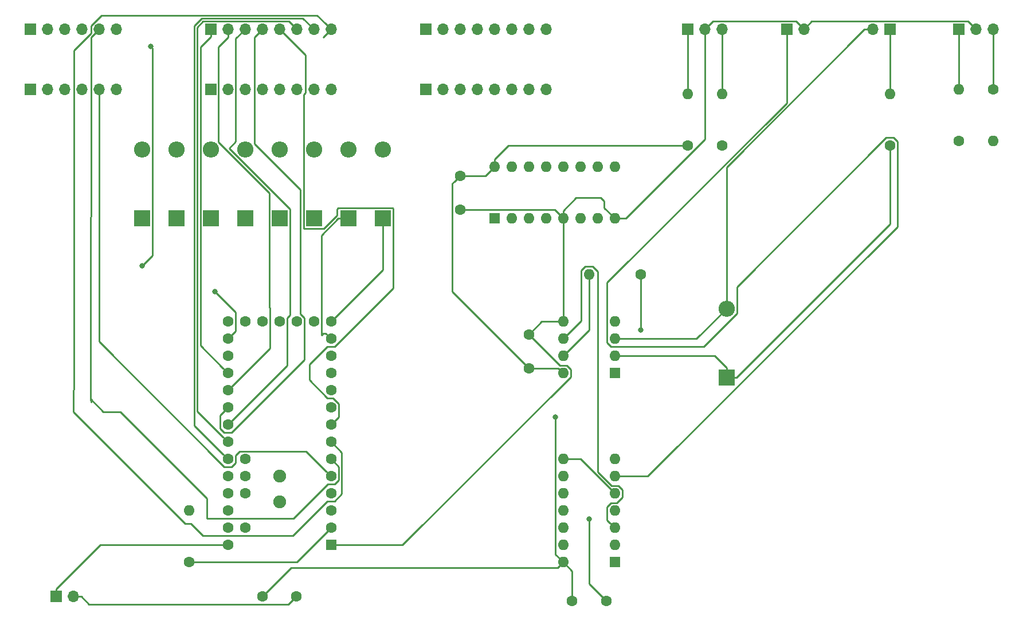
<source format=gbr>
G04 #@! TF.GenerationSoftware,KiCad,Pcbnew,(5.1.5)-3*
G04 #@! TF.CreationDate,2020-04-18T11:13:35+02:00*
G04 #@! TF.ProjectId,KorgPoly61_TeensyMidi,4b6f7267-506f-46c7-9936-315f5465656e,rev?*
G04 #@! TF.SameCoordinates,Original*
G04 #@! TF.FileFunction,Copper,L2,Bot*
G04 #@! TF.FilePolarity,Positive*
%FSLAX46Y46*%
G04 Gerber Fmt 4.6, Leading zero omitted, Abs format (unit mm)*
G04 Created by KiCad (PCBNEW (5.1.5)-3) date 2020-04-18 11:13:35*
%MOMM*%
%LPD*%
G04 APERTURE LIST*
%ADD10C,1.900000*%
%ADD11R,1.600000X1.600000*%
%ADD12C,1.600000*%
%ADD13O,1.600000X1.600000*%
%ADD14O,1.700000X1.700000*%
%ADD15R,1.700000X1.700000*%
%ADD16O,2.400000X2.400000*%
%ADD17R,2.400000X2.400000*%
%ADD18C,0.800000*%
%ADD19C,0.250000*%
G04 APERTURE END LIST*
D10*
X101600000Y-82550000D03*
X101600000Y-78740000D03*
D11*
X109220000Y-88900000D03*
D12*
X109220000Y-86360000D03*
X109220000Y-83820000D03*
X109220000Y-81280000D03*
X109220000Y-78740000D03*
X109220000Y-76200000D03*
X109220000Y-73660000D03*
X109220000Y-71120000D03*
X109220000Y-68580000D03*
X109220000Y-66040000D03*
X109220000Y-63500000D03*
X109220000Y-60960000D03*
X109220000Y-58420000D03*
X96520000Y-76200000D03*
X96520000Y-78740000D03*
X96520000Y-81280000D03*
X96520000Y-86360000D03*
X93980000Y-88900000D03*
X93980000Y-86360000D03*
X93980000Y-83820000D03*
X93980000Y-81280000D03*
X93980000Y-78740000D03*
X93980000Y-76200000D03*
X93980000Y-73660000D03*
X93980000Y-71120000D03*
X93980000Y-68580000D03*
X93980000Y-66040000D03*
X93980000Y-63500000D03*
X93980000Y-60960000D03*
X93980000Y-58420000D03*
X109220000Y-55880000D03*
X106680000Y-55880000D03*
X104140000Y-55880000D03*
X93980000Y-55880000D03*
X96520000Y-55880000D03*
X99060000Y-55880000D03*
X101600000Y-55880000D03*
D13*
X143510000Y-63500000D03*
X151130000Y-55880000D03*
X143510000Y-60960000D03*
X151130000Y-58420000D03*
X143510000Y-58420000D03*
X151130000Y-60960000D03*
X143510000Y-55880000D03*
D11*
X151130000Y-63500000D03*
D13*
X167005000Y-22225000D03*
D12*
X167005000Y-29845000D03*
D13*
X161925000Y-22225000D03*
D12*
X161925000Y-29845000D03*
D13*
X207010000Y-29210000D03*
D12*
X207010000Y-21590000D03*
D13*
X201930000Y-21590000D03*
D12*
X201930000Y-29210000D03*
D13*
X147320000Y-48895000D03*
D12*
X154940000Y-48895000D03*
D13*
X88265000Y-83820000D03*
D12*
X88265000Y-91440000D03*
D13*
X191770000Y-22225000D03*
D12*
X191770000Y-29845000D03*
D13*
X143510000Y-91440000D03*
X151130000Y-76200000D03*
X143510000Y-88900000D03*
X151130000Y-78740000D03*
X143510000Y-86360000D03*
X151130000Y-81280000D03*
X143510000Y-83820000D03*
X151130000Y-83820000D03*
X143510000Y-81280000D03*
X151130000Y-86360000D03*
X143510000Y-78740000D03*
X151130000Y-88900000D03*
X143510000Y-76200000D03*
D11*
X151130000Y-91440000D03*
D13*
X133350000Y-33020000D03*
X151130000Y-40640000D03*
X135890000Y-33020000D03*
X148590000Y-40640000D03*
X138430000Y-33020000D03*
X146050000Y-40640000D03*
X140970000Y-33020000D03*
X143510000Y-40640000D03*
X143510000Y-33020000D03*
X140970000Y-40640000D03*
X146050000Y-33020000D03*
X138430000Y-40640000D03*
X148590000Y-33020000D03*
X135890000Y-40640000D03*
X151130000Y-33020000D03*
D11*
X133350000Y-40640000D03*
D14*
X179070000Y-12700000D03*
D15*
X176530000Y-12700000D03*
D14*
X167005000Y-12700000D03*
X164465000Y-12700000D03*
D15*
X161925000Y-12700000D03*
D14*
X207010000Y-12700000D03*
X204470000Y-12700000D03*
D15*
X201930000Y-12700000D03*
D14*
X189230000Y-12700000D03*
D15*
X191770000Y-12700000D03*
D14*
X71120000Y-96520000D03*
D15*
X68580000Y-96520000D03*
D14*
X77470000Y-21590000D03*
X74930000Y-21590000D03*
X72390000Y-21590000D03*
X69850000Y-21590000D03*
X67310000Y-21590000D03*
D15*
X64770000Y-21590000D03*
D14*
X77470000Y-12700000D03*
X74930000Y-12700000D03*
X72390000Y-12700000D03*
X69850000Y-12700000D03*
X67310000Y-12700000D03*
D15*
X64770000Y-12700000D03*
D14*
X140970000Y-12700000D03*
X138430000Y-12700000D03*
X135890000Y-12700000D03*
X133350000Y-12700000D03*
X130810000Y-12700000D03*
X128270000Y-12700000D03*
X125730000Y-12700000D03*
D15*
X123190000Y-12700000D03*
D14*
X140970000Y-21590000D03*
X138430000Y-21590000D03*
X135890000Y-21590000D03*
X133350000Y-21590000D03*
X130810000Y-21590000D03*
X128270000Y-21590000D03*
X125730000Y-21590000D03*
D15*
X123190000Y-21590000D03*
D14*
X109220000Y-12700000D03*
X106680000Y-12700000D03*
X104140000Y-12700000D03*
X101600000Y-12700000D03*
X99060000Y-12700000D03*
X96520000Y-12700000D03*
X93980000Y-12700000D03*
D15*
X91440000Y-12700000D03*
D14*
X109220000Y-21590000D03*
X106680000Y-21590000D03*
X104140000Y-21590000D03*
X101600000Y-21590000D03*
X99060000Y-21590000D03*
X96520000Y-21590000D03*
X93980000Y-21590000D03*
D15*
X91440000Y-21590000D03*
D16*
X167640000Y-53975000D03*
D17*
X167640000Y-64135000D03*
D16*
X116840000Y-30480000D03*
D17*
X116840000Y-40640000D03*
D16*
X111760000Y-30480000D03*
D17*
X111760000Y-40640000D03*
D16*
X106680000Y-30480000D03*
D17*
X106680000Y-40640000D03*
D16*
X101600000Y-30480000D03*
D17*
X101600000Y-40640000D03*
D16*
X96520000Y-30480000D03*
D17*
X96520000Y-40640000D03*
D16*
X91440000Y-30480000D03*
D17*
X91440000Y-40640000D03*
D16*
X86360000Y-30480000D03*
D17*
X86360000Y-40640000D03*
D16*
X81280000Y-30480000D03*
D17*
X81280000Y-40640000D03*
D12*
X144860000Y-97155000D03*
X149860000Y-97155000D03*
X138430000Y-62785000D03*
X138430000Y-57785000D03*
X128270000Y-34370000D03*
X128270000Y-39370000D03*
X104060000Y-96520000D03*
X99060000Y-96520000D03*
D18*
X147320000Y-85090000D03*
X154940000Y-57150000D03*
X154940000Y-57150000D03*
X142384999Y-69994999D03*
X92075000Y-51435000D03*
X81280000Y-47625000D03*
X82550000Y-15240000D03*
D19*
X142240000Y-39370000D02*
X143510000Y-40640000D01*
X128270000Y-39370000D02*
X142240000Y-39370000D01*
X143510000Y-39508630D02*
X145415000Y-37603630D01*
X143510000Y-40640000D02*
X143510000Y-39508630D01*
X145415000Y-37603630D02*
X149086370Y-37603630D01*
X149086370Y-37603630D02*
X149582740Y-38100000D01*
X149582740Y-39092740D02*
X151130000Y-40640000D01*
X149582740Y-38100000D02*
X149582740Y-39092740D01*
X140335000Y-55880000D02*
X143510000Y-55880000D01*
X138430000Y-57785000D02*
X140335000Y-55880000D01*
X143510000Y-54748630D02*
X143510000Y-40640000D01*
X143510000Y-55880000D02*
X143510000Y-54748630D01*
X110270000Y-88900000D02*
X109220000Y-88900000D01*
X144635001Y-64040001D02*
X119775002Y-88900000D01*
X144050001Y-62374999D02*
X144635001Y-62959999D01*
X119775002Y-88900000D02*
X110270000Y-88900000D01*
X143021409Y-62374999D02*
X144050001Y-62374999D01*
X138431410Y-57785000D02*
X143021409Y-62374999D01*
X144635001Y-62959999D02*
X144635001Y-64040001D01*
X138430000Y-57785000D02*
X138431410Y-57785000D01*
X103260001Y-97319999D02*
X104060000Y-96520000D01*
X73447082Y-97645001D02*
X102934999Y-97645001D01*
X72322081Y-96520000D02*
X73447082Y-97645001D01*
X102934999Y-97645001D02*
X103260001Y-97319999D01*
X71120000Y-96520000D02*
X72322081Y-96520000D01*
X152261370Y-40640000D02*
X151130000Y-40640000D01*
X152795002Y-40640000D02*
X152261370Y-40640000D01*
X164465000Y-28970002D02*
X152795002Y-40640000D01*
X164465000Y-12700000D02*
X164465000Y-28970002D01*
X178220001Y-11850001D02*
X179070000Y-12700000D01*
X177894999Y-11524999D02*
X178220001Y-11850001D01*
X165640001Y-11524999D02*
X177894999Y-11524999D01*
X164465000Y-12700000D02*
X165640001Y-11524999D01*
X203620001Y-11850001D02*
X204470000Y-12700000D01*
X203294999Y-11524999D02*
X203620001Y-11850001D01*
X180245001Y-11524999D02*
X203294999Y-11524999D01*
X179070000Y-12700000D02*
X180245001Y-11524999D01*
X147320000Y-94615000D02*
X149860000Y-97155000D01*
X147320000Y-85090000D02*
X147320000Y-94615000D01*
X154940000Y-48895000D02*
X154940000Y-57150000D01*
X154940000Y-57150000D02*
X154940000Y-57150000D01*
X154940000Y-57150000D02*
X154940000Y-57150000D01*
X132000000Y-34370000D02*
X133350000Y-33020000D01*
X128270000Y-34370000D02*
X132000000Y-34370000D01*
X142795000Y-62785000D02*
X143510000Y-63500000D01*
X138430000Y-62785000D02*
X142795000Y-62785000D01*
X127470001Y-35169999D02*
X128270000Y-34370000D01*
X127144999Y-51499999D02*
X127144999Y-35495001D01*
X127144999Y-35495001D02*
X127470001Y-35169999D01*
X138430000Y-62785000D02*
X127144999Y-51499999D01*
X144860000Y-92790000D02*
X143510000Y-91440000D01*
X144860000Y-97155000D02*
X144860000Y-92790000D01*
X99859999Y-95720001D02*
X99060000Y-96520000D01*
X103340001Y-92239999D02*
X99859999Y-95720001D01*
X142710001Y-92239999D02*
X103340001Y-92239999D01*
X143510000Y-91440000D02*
X142710001Y-92239999D01*
X68580000Y-95420000D02*
X68580000Y-96520000D01*
X75100000Y-88900000D02*
X68580000Y-95420000D01*
X93980000Y-88900000D02*
X75100000Y-88900000D01*
X160793630Y-29845000D02*
X161925000Y-29845000D01*
X135393630Y-29845000D02*
X160793630Y-29845000D01*
X133350000Y-31888630D02*
X135393630Y-29845000D01*
X133350000Y-33020000D02*
X133350000Y-31888630D01*
X142384999Y-90314999D02*
X142384999Y-69994999D01*
X143510000Y-91440000D02*
X142384999Y-90314999D01*
X142384999Y-69994999D02*
X142384999Y-69994999D01*
X107805001Y-43144999D02*
X107805001Y-57929999D01*
X111760000Y-40640000D02*
X110310000Y-40640000D01*
X110310000Y-40640000D02*
X107805001Y-43144999D01*
X108420001Y-57620001D02*
X109220000Y-58420000D01*
X108114999Y-57620001D02*
X108420001Y-57620001D01*
X107805001Y-57929999D02*
X108114999Y-57620001D01*
X116840000Y-48260000D02*
X109220000Y-55880000D01*
X116840000Y-40640000D02*
X116840000Y-48260000D01*
X163195000Y-58420000D02*
X167640000Y-53975000D01*
X151130000Y-58420000D02*
X163195000Y-58420000D01*
X167640000Y-52277944D02*
X167640000Y-53975000D01*
X167640000Y-33087919D02*
X167640000Y-52277944D01*
X188027919Y-12700000D02*
X167640000Y-33087919D01*
X189230000Y-12700000D02*
X188027919Y-12700000D01*
X167640000Y-62685000D02*
X167640000Y-64135000D01*
X165915000Y-60960000D02*
X167640000Y-62685000D01*
X151130000Y-60960000D02*
X165915000Y-60960000D01*
X169090000Y-64135000D02*
X167640000Y-64135000D01*
X191770000Y-41455000D02*
X169090000Y-64135000D01*
X191770000Y-29845000D02*
X191770000Y-41455000D01*
X109220000Y-12700000D02*
X108044999Y-13875001D01*
X71214999Y-15778591D02*
X73754999Y-13238591D01*
X108370001Y-11850001D02*
X109220000Y-12700000D01*
X73754999Y-13238591D02*
X73754999Y-12135999D01*
X73754999Y-12135999D02*
X75266018Y-10624980D01*
X75266018Y-10624980D02*
X107144980Y-10624980D01*
X107144980Y-10624980D02*
X108370001Y-11850001D01*
X71214999Y-65499999D02*
X71214999Y-15778591D01*
X71214999Y-65896411D02*
X71214999Y-65499999D01*
X110795010Y-75235010D02*
X109220000Y-73660000D01*
X71120000Y-69215000D02*
X87630000Y-85725000D01*
X71120000Y-66029948D02*
X71120000Y-69215000D01*
X71214999Y-65934949D02*
X71120000Y-66029948D01*
X71214999Y-65499999D02*
X71214999Y-65934949D01*
X88504998Y-85725000D02*
X90264999Y-87485001D01*
X87630000Y-85725000D02*
X88504998Y-85725000D01*
X90264999Y-87485001D02*
X103599999Y-87485001D01*
X109760001Y-82405001D02*
X110795010Y-81369992D01*
X108679999Y-82405001D02*
X109760001Y-82405001D01*
X103599999Y-87485001D02*
X108679999Y-82405001D01*
X110795010Y-81369992D02*
X110795010Y-75235010D01*
X89014979Y-12203609D02*
X89014979Y-71234979D01*
X89014979Y-71234979D02*
X93180001Y-75400001D01*
X90143598Y-11074990D02*
X89014979Y-12203609D01*
X93180001Y-75400001D02*
X93980000Y-76200000D01*
X105054990Y-11074990D02*
X90143598Y-11074990D01*
X106680000Y-12700000D02*
X105054990Y-11074990D01*
X89464989Y-69144989D02*
X93180001Y-72860001D01*
X89464989Y-12390009D02*
X89464989Y-69144989D01*
X90329999Y-11524999D02*
X89464989Y-12390009D01*
X93180001Y-72860001D02*
X93980000Y-73660000D01*
X102964999Y-11524999D02*
X90329999Y-11524999D01*
X104140000Y-12700000D02*
X102964999Y-11524999D01*
X105154999Y-22314003D02*
X105410000Y-22059002D01*
X105154999Y-42100001D02*
X105154999Y-22314003D01*
X105219999Y-42165001D02*
X105154999Y-42100001D01*
X110123599Y-39291399D02*
X110123599Y-40189991D01*
X110299999Y-39114999D02*
X110123599Y-39291399D01*
X118365001Y-39179999D02*
X118300001Y-39114999D01*
X118365001Y-50940001D02*
X118365001Y-39179999D01*
X109760001Y-59545001D02*
X118365001Y-50940001D01*
X105410000Y-22059002D02*
X105410000Y-16510000D01*
X108679999Y-59545001D02*
X109760001Y-59545001D01*
X105410000Y-16510000D02*
X102449999Y-13549999D01*
X108148589Y-42165001D02*
X105219999Y-42165001D01*
X106045000Y-62180000D02*
X108679999Y-59545001D01*
X102449999Y-13549999D02*
X101600000Y-12700000D01*
X106045000Y-64530002D02*
X106045000Y-62180000D01*
X109470003Y-67165001D02*
X108679999Y-67165001D01*
X118300001Y-39114999D02*
X110299999Y-39114999D01*
X110345001Y-68039999D02*
X109470003Y-67165001D01*
X108679999Y-67165001D02*
X106045000Y-64530002D01*
X110345001Y-69994999D02*
X110345001Y-68039999D01*
X110123599Y-40189991D02*
X108148589Y-42165001D01*
X109220000Y-71120000D02*
X110345001Y-69994999D01*
X92854999Y-71660001D02*
X92854999Y-69705001D01*
X93439999Y-72245001D02*
X92854999Y-71660001D01*
X94520001Y-72245001D02*
X93439999Y-72245001D01*
X105265001Y-61500001D02*
X94520001Y-72245001D01*
X105265001Y-55339999D02*
X105265001Y-61500001D01*
X104680001Y-54754999D02*
X105265001Y-55339999D01*
X104680001Y-36382999D02*
X104680001Y-54754999D01*
X93180001Y-69379999D02*
X93980000Y-68580000D01*
X92854999Y-69705001D02*
X93180001Y-69379999D01*
X97884999Y-29587997D02*
X104680001Y-36382999D01*
X97884999Y-13875001D02*
X97884999Y-29587997D01*
X99060000Y-12700000D02*
X97884999Y-13875001D01*
X94779999Y-70320001D02*
X93980000Y-71120000D01*
X102725001Y-55339999D02*
X102725001Y-62374999D01*
X103125001Y-54939999D02*
X102725001Y-55339999D01*
X103125001Y-39271589D02*
X103125001Y-54939999D01*
X102725001Y-62374999D02*
X94779999Y-70320001D01*
X94156706Y-30303294D02*
X103125001Y-39271589D01*
X95155001Y-29304999D02*
X94156706Y-30303294D01*
X95155001Y-14064999D02*
X95155001Y-29304999D01*
X96520000Y-12700000D02*
X95155001Y-14064999D01*
X94779999Y-65240001D02*
X93980000Y-66040000D01*
X100074999Y-53769999D02*
X100185001Y-53880001D01*
X92615001Y-29397999D02*
X100074999Y-36857997D01*
X100185001Y-53880001D02*
X100185001Y-59834999D01*
X92615001Y-15267080D02*
X92615001Y-29397999D01*
X100074999Y-36857997D02*
X100074999Y-53769999D01*
X93980000Y-13902081D02*
X92615001Y-15267080D01*
X100185001Y-59834999D02*
X94779999Y-65240001D01*
X93980000Y-12700000D02*
X93980000Y-13902081D01*
X93180001Y-62700001D02*
X93980000Y-63500000D01*
X89914999Y-59434999D02*
X93180001Y-62700001D01*
X91440000Y-13800000D02*
X89914999Y-15325001D01*
X89914999Y-15325001D02*
X89914999Y-59434999D01*
X91440000Y-12700000D02*
X91440000Y-13800000D01*
X74930000Y-12700000D02*
X73754999Y-13875001D01*
X110345001Y-79280001D02*
X109760001Y-79865001D01*
X110345001Y-77325001D02*
X110345001Y-79280001D01*
X73660000Y-67310000D02*
X73754999Y-67800001D01*
X109220000Y-76200000D02*
X110345001Y-77325001D01*
X73754999Y-13875001D02*
X73660000Y-67310000D01*
X90899999Y-84945001D02*
X90899999Y-82009999D01*
X109760001Y-79865001D02*
X108729999Y-79865001D01*
X75565000Y-69215000D02*
X73660000Y-67310000D01*
X103649999Y-84945001D02*
X90899999Y-84945001D01*
X90899999Y-82009999D02*
X78105000Y-69215000D01*
X108729999Y-79865001D02*
X103649999Y-84945001D01*
X78105000Y-69215000D02*
X75565000Y-69215000D01*
X108420001Y-77940001D02*
X109220000Y-78740000D01*
X105554999Y-75074999D02*
X108420001Y-77940001D01*
X95690001Y-75074999D02*
X105554999Y-75074999D01*
X94520001Y-77325001D02*
X95105001Y-76740001D01*
X95105001Y-76740001D02*
X95105001Y-75659999D01*
X93439999Y-77325001D02*
X94520001Y-77325001D01*
X74930000Y-58815002D02*
X93439999Y-77325001D01*
X95105001Y-75659999D02*
X95690001Y-75074999D01*
X74930000Y-21590000D02*
X74930000Y-58815002D01*
X191770000Y-12700000D02*
X191770000Y-22225000D01*
X207010000Y-13902081D02*
X207010000Y-21590000D01*
X207010000Y-12700000D02*
X207010000Y-13902081D01*
X201930000Y-12700000D02*
X201930000Y-21590000D01*
X167005000Y-13902081D02*
X167005000Y-22225000D01*
X167005000Y-12700000D02*
X167005000Y-13902081D01*
X161925000Y-12700000D02*
X161925000Y-22225000D01*
X192895001Y-41865001D02*
X156020002Y-78740000D01*
X192895001Y-29304999D02*
X192895001Y-41865001D01*
X192310001Y-28719999D02*
X192895001Y-29304999D01*
X191229999Y-28719999D02*
X192310001Y-28719999D01*
X169165001Y-50784997D02*
X191229999Y-28719999D01*
X169165001Y-54707001D02*
X169165001Y-50784997D01*
X164327001Y-59545001D02*
X169165001Y-54707001D01*
X150589999Y-59545001D02*
X164327001Y-59545001D01*
X156020002Y-78740000D02*
X152261370Y-78740000D01*
X150004999Y-58960001D02*
X150589999Y-59545001D01*
X150004999Y-50086510D02*
X150004999Y-58960001D01*
X176530000Y-23561509D02*
X150004999Y-50086510D01*
X152261370Y-78740000D02*
X151130000Y-78740000D01*
X176530000Y-12700000D02*
X176530000Y-23561509D01*
X104140000Y-91440000D02*
X109220000Y-86360000D01*
X88265000Y-91440000D02*
X104140000Y-91440000D01*
X150330001Y-85560001D02*
X151130000Y-86360000D01*
X150004999Y-83279999D02*
X150004999Y-85234999D01*
X150589999Y-82694999D02*
X150004999Y-83279999D01*
X151380003Y-82694999D02*
X150589999Y-82694999D01*
X152255001Y-81820001D02*
X151380003Y-82694999D01*
X152255001Y-80739999D02*
X152255001Y-81820001D01*
X150641409Y-80154999D02*
X151670001Y-80154999D01*
X151670001Y-80154999D02*
X152255001Y-80739999D01*
X148590000Y-48499998D02*
X148590000Y-78103590D01*
X147860001Y-47769999D02*
X148590000Y-48499998D01*
X148590000Y-78103590D02*
X150641409Y-80154999D01*
X146779999Y-47769999D02*
X147860001Y-47769999D01*
X150004999Y-85234999D02*
X150330001Y-85560001D01*
X146194999Y-48354999D02*
X146779999Y-47769999D01*
X146194999Y-55735001D02*
X146194999Y-48354999D01*
X143510000Y-58420000D02*
X146194999Y-55735001D01*
X147320000Y-57150000D02*
X143510000Y-60960000D01*
X147320000Y-48895000D02*
X147320000Y-57150000D01*
X95105001Y-57294999D02*
X95105001Y-54465001D01*
X93980000Y-58420000D02*
X95105001Y-57294999D01*
X95105001Y-54465001D02*
X92075000Y-51435000D01*
X92075000Y-51435000D02*
X92075000Y-51435000D01*
X82805001Y-46099999D02*
X82805001Y-15495001D01*
X81280000Y-47625000D02*
X82805001Y-46099999D01*
X82805001Y-15495001D02*
X82550000Y-15240000D01*
X82550000Y-15240000D02*
X82550000Y-15240000D01*
X146050000Y-76200000D02*
X151130000Y-81280000D01*
X143510000Y-76200000D02*
X146050000Y-76200000D01*
M02*

</source>
